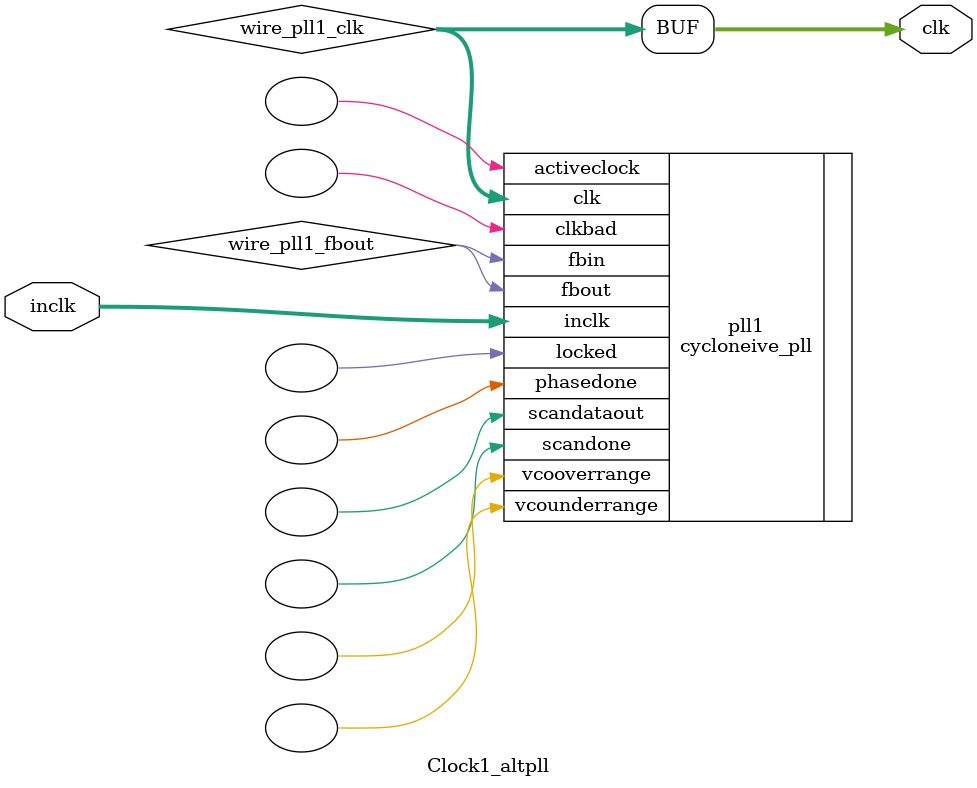
<source format=v>






//synthesis_resources = cycloneive_pll 1 
//synopsys translate_off
`timescale 1 ps / 1 ps
//synopsys translate_on
module  Clock1_altpll
	( 
	clk,
	inclk) /* synthesis synthesis_clearbox=1 */;
	output   [4:0]  clk;
	input   [1:0]  inclk;
`ifndef ALTERA_RESERVED_QIS
// synopsys translate_off
`endif
	tri0   [1:0]  inclk;
`ifndef ALTERA_RESERVED_QIS
// synopsys translate_on
`endif

	wire  [4:0]   wire_pll1_clk;
	wire  wire_pll1_fbout;

	cycloneive_pll   pll1
	( 
	.activeclock(),
	.clk(wire_pll1_clk),
	.clkbad(),
	.fbin(wire_pll1_fbout),
	.fbout(wire_pll1_fbout),
	.inclk(inclk),
	.locked(),
	.phasedone(),
	.scandataout(),
	.scandone(),
	.vcooverrange(),
	.vcounderrange()
	`ifndef FORMAL_VERIFICATION
	// synopsys translate_off
	`endif
	,
	.areset(1'b0),
	.clkswitch(1'b0),
	.configupdate(1'b0),
	.pfdena(1'b1),
	.phasecounterselect({3{1'b0}}),
	.phasestep(1'b0),
	.phaseupdown(1'b0),
	.scanclk(1'b0),
	.scanclkena(1'b1),
	.scandata(1'b0)
	`ifndef FORMAL_VERIFICATION
	// synopsys translate_on
	`endif
	);
	defparam
		pll1.bandwidth_type = "auto",
		pll1.clk0_divide_by = 500,
		pll1.clk0_duty_cycle = 25,
		pll1.clk0_multiply_by = 1,
		pll1.clk0_phase_shift = "0",
		pll1.compensate_clock = "clk0",
		pll1.inclk0_input_frequency = 20000,
		pll1.operation_mode = "normal",
		pll1.pll_type = "auto",
		pll1.lpm_type = "cycloneive_pll";
	assign
		clk = {wire_pll1_clk[4:0]};
endmodule //Clock1_altpll
//VALID FILE

</source>
